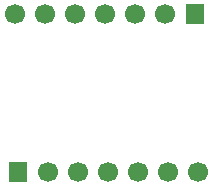
<source format=gbl>
G04 Layer: BottomLayer*
G04 EasyEDA v6.5.40, 2024-02-10 14:23:07*
G04 920af416a4634d2f84d90c69535d52c0,a04e6fd86ffa40b896be462553146460,10*
G04 Gerber Generator version 0.2*
G04 Scale: 100 percent, Rotated: No, Reflected: No *
G04 Dimensions in millimeters *
G04 leading zeros omitted , absolute positions ,4 integer and 5 decimal *
%FSLAX45Y45*%
%MOMM*%

%ADD10C,1.7000*%
%ADD11R,1.5748X1.7000*%

%LPD*%
D10*
G01*
X1841500Y254000D03*
G01*
X1587500Y254000D03*
G01*
X1333500Y254000D03*
G01*
X1079500Y254000D03*
G01*
X825500Y254000D03*
G01*
X571500Y254000D03*
D11*
G01*
X317500Y254000D03*
D10*
G01*
X292100Y1587500D03*
G01*
X546100Y1587500D03*
G01*
X800100Y1587500D03*
G01*
X1054100Y1587500D03*
G01*
X1308100Y1587500D03*
G01*
X1562100Y1587500D03*
D11*
G01*
X1816100Y1587500D03*
M02*

</source>
